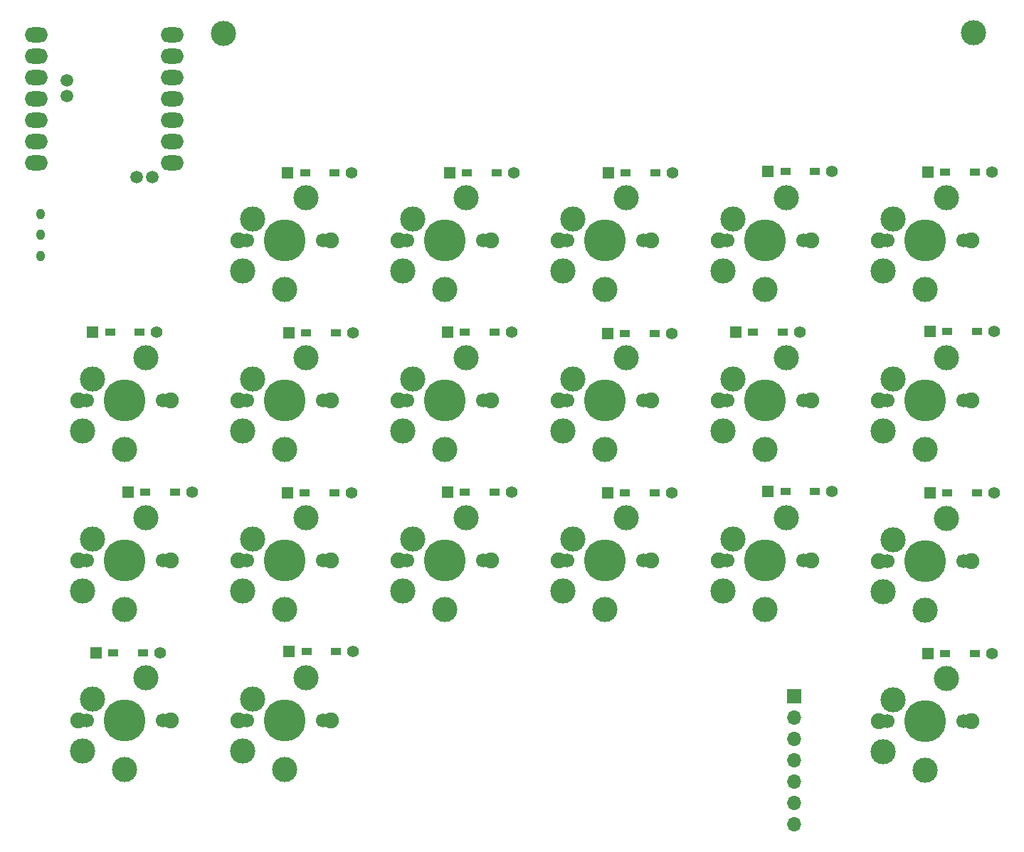
<source format=gbr>
%TF.GenerationSoftware,KiCad,Pcbnew,8.0.7*%
%TF.CreationDate,2025-02-15T16:41:35+09:00*%
%TF.ProjectId,cool642tb_R,636f6f6c-3634-4327-9462-5f522e6b6963,rev?*%
%TF.SameCoordinates,Original*%
%TF.FileFunction,Soldermask,Top*%
%TF.FilePolarity,Negative*%
%FSLAX46Y46*%
G04 Gerber Fmt 4.6, Leading zero omitted, Abs format (unit mm)*
G04 Created by KiCad (PCBNEW 8.0.7) date 2025-02-15 16:41:35*
%MOMM*%
%LPD*%
G01*
G04 APERTURE LIST*
%ADD10R,1.397000X1.397000*%
%ADD11R,1.300000X0.950000*%
%ADD12C,1.397000*%
%ADD13C,1.900000*%
%ADD14C,1.700000*%
%ADD15C,3.000000*%
%ADD16C,5.000000*%
%ADD17O,1.000000X1.300000*%
%ADD18O,2.750000X1.800000*%
%ADD19C,1.500000*%
%ADD20R,1.700000X1.700000*%
%ADD21O,1.700000X1.700000*%
G04 APERTURE END LIST*
D10*
%TO.C,D7*%
X19340000Y-30010000D03*
D11*
X21375000Y-30010000D03*
X24925000Y-30010000D03*
D12*
X26960000Y-30010000D03*
%TD*%
D10*
%TO.C,D11*%
X38370000Y-30100000D03*
D11*
X40405000Y-30100000D03*
X43955000Y-30100000D03*
D12*
X45990000Y-30100000D03*
%TD*%
D13*
%TO.C,SW1*%
X-5500000Y0D03*
D14*
X-5080000Y0D03*
D15*
X-5000000Y-3700000D03*
D14*
X-4500000Y0D03*
D15*
X-3810000Y2540000D03*
D16*
X0Y0D03*
D15*
X0Y-5900000D03*
X2540000Y5080000D03*
D14*
X4500000Y0D03*
X5080000Y0D03*
D13*
X5500000Y0D03*
%TD*%
D10*
%TO.C,D20*%
X76510000Y-49200000D03*
D11*
X78545000Y-49200000D03*
X82095000Y-49200000D03*
D12*
X84130000Y-49200000D03*
%TD*%
D13*
%TO.C,SW8*%
X-24550000Y-38100000D03*
D14*
X-24130000Y-38100000D03*
D15*
X-24050000Y-41800000D03*
D14*
X-23550000Y-38100000D03*
D15*
X-22860000Y-35560000D03*
D16*
X-19050000Y-38100000D03*
D15*
X-19050000Y-44000000D03*
X-16510000Y-33020000D03*
D14*
X-14550000Y-38100000D03*
X-13970000Y-38100000D03*
D13*
X-13550000Y-38100000D03*
%TD*%
D10*
%TO.C,D13*%
X57500000Y8140000D03*
D11*
X59535000Y8140000D03*
X63085000Y8140000D03*
D12*
X65120000Y8140000D03*
%TD*%
D13*
%TO.C,SW15*%
X51650000Y-38100000D03*
D14*
X52070000Y-38100000D03*
D15*
X52150000Y-41800000D03*
D14*
X52650000Y-38100000D03*
D15*
X53340000Y-35560000D03*
D16*
X57150000Y-38100000D03*
D15*
X57150000Y-44000000D03*
X59690000Y-33020000D03*
D14*
X61650000Y-38100000D03*
X62230000Y-38100000D03*
D13*
X62650000Y-38100000D03*
%TD*%
%TO.C,SW16*%
X-5500000Y-57150000D03*
D14*
X-5080000Y-57150000D03*
D15*
X-5000000Y-60850000D03*
D14*
X-4500000Y-57150000D03*
D15*
X-3810000Y-54610000D03*
D16*
X0Y-57150000D03*
D15*
X0Y-63050000D03*
X2540000Y-52070000D03*
D14*
X4500000Y-57150000D03*
X5080000Y-57150000D03*
D13*
X5500000Y-57150000D03*
%TD*%
D17*
%TO.C,SW21*%
X-29100000Y-1900000D03*
X-29100000Y600000D03*
X-29100000Y3100000D03*
%TD*%
D13*
%TO.C,SW13*%
X51650000Y0D03*
D14*
X52070000Y0D03*
D15*
X52150000Y-3700000D03*
D14*
X52650000Y0D03*
D15*
X53340000Y2540000D03*
D16*
X57150000Y0D03*
D15*
X57150000Y-5900000D03*
X59690000Y5080000D03*
D14*
X61650000Y0D03*
X62230000Y0D03*
D13*
X62650000Y0D03*
%TD*%
D10*
%TO.C,D15*%
X57500000Y-29950000D03*
D11*
X59535000Y-29950000D03*
X63085000Y-29950000D03*
D12*
X65120000Y-29950000D03*
%TD*%
D10*
%TO.C,D1*%
X350000Y8000000D03*
D11*
X2385000Y8000000D03*
X5935000Y8000000D03*
D12*
X7970000Y8000000D03*
%TD*%
D10*
%TO.C,D9*%
X38490000Y8000000D03*
D11*
X40525000Y8000000D03*
X44075000Y8000000D03*
D12*
X46110000Y8000000D03*
%TD*%
D10*
%TO.C,D17*%
X76480000Y8060000D03*
D11*
X78515000Y8060000D03*
X82065000Y8060000D03*
D12*
X84100000Y8060000D03*
%TD*%
D10*
%TO.C,D4*%
X-22850000Y-10950000D03*
D11*
X-20815000Y-10950000D03*
X-17265000Y-10950000D03*
D12*
X-15230000Y-10950000D03*
%TD*%
D10*
%TO.C,D16*%
X520000Y-48970000D03*
D11*
X2555000Y-48970000D03*
X6105000Y-48970000D03*
D12*
X8140000Y-48970000D03*
%TD*%
D13*
%TO.C,SW17*%
X70700000Y0D03*
D14*
X71120000Y0D03*
D15*
X71200000Y-3700000D03*
D14*
X71700000Y0D03*
D15*
X72390000Y2540000D03*
D16*
X76200000Y0D03*
D15*
X76200000Y-5900000D03*
X78740000Y5080000D03*
D14*
X80700000Y0D03*
X81280000Y0D03*
D13*
X81700000Y0D03*
%TD*%
D10*
%TO.C,D3*%
X295000Y-30130000D03*
D11*
X2330000Y-30130000D03*
X5880000Y-30130000D03*
D12*
X7915000Y-30130000D03*
%TD*%
D10*
%TO.C,D19*%
X76740000Y-30110000D03*
D11*
X78775000Y-30110000D03*
X82325000Y-30110000D03*
D12*
X84360000Y-30110000D03*
%TD*%
D13*
%TO.C,SW11*%
X32600000Y-38100000D03*
D14*
X33020000Y-38100000D03*
D15*
X33100000Y-41800000D03*
D14*
X33600000Y-38100000D03*
D15*
X34290000Y-35560000D03*
D16*
X38100000Y-38100000D03*
D15*
X38100000Y-44000000D03*
X40640000Y-33020000D03*
D14*
X42600000Y-38100000D03*
X43180000Y-38100000D03*
D13*
X43600000Y-38100000D03*
%TD*%
%TO.C,SW12*%
X-24550000Y-57150000D03*
D14*
X-24130000Y-57150000D03*
D15*
X-24050000Y-60850000D03*
D14*
X-23550000Y-57150000D03*
D15*
X-22860000Y-54610000D03*
D16*
X-19050000Y-57150000D03*
D15*
X-19050000Y-63050000D03*
X-16510000Y-52070000D03*
D14*
X-14550000Y-57150000D03*
X-13970000Y-57150000D03*
D13*
X-13550000Y-57150000D03*
%TD*%
%TO.C,SW19*%
X70700000Y-38200000D03*
D14*
X71120000Y-38200000D03*
D15*
X71200000Y-41900000D03*
D14*
X71700000Y-38200000D03*
D15*
X72390000Y-35660000D03*
D16*
X76200000Y-38200000D03*
D15*
X76200000Y-44100000D03*
X78740000Y-33120000D03*
D14*
X80700000Y-38200000D03*
X81280000Y-38200000D03*
D13*
X81700000Y-38200000D03*
%TD*%
%TO.C,SW20*%
X70700000Y-57250000D03*
D14*
X71120000Y-57250000D03*
D15*
X71200000Y-60950000D03*
D14*
X71700000Y-57250000D03*
D15*
X72390000Y-54710000D03*
D16*
X76200000Y-57250000D03*
D15*
X76200000Y-63150000D03*
X78740000Y-52170000D03*
D14*
X80700000Y-57250000D03*
X81280000Y-57250000D03*
D13*
X81700000Y-57250000D03*
%TD*%
%TO.C,SW3*%
X-5500000Y-38100000D03*
D14*
X-5080000Y-38100000D03*
D15*
X-5000000Y-41800000D03*
D14*
X-4500000Y-38100000D03*
D15*
X-3810000Y-35560000D03*
D16*
X0Y-38100000D03*
D15*
X0Y-44000000D03*
X2540000Y-33020000D03*
D14*
X4500000Y-38100000D03*
X5080000Y-38100000D03*
D13*
X5500000Y-38100000D03*
%TD*%
D10*
%TO.C,D10*%
X38430000Y-11150000D03*
D11*
X40465000Y-11150000D03*
X44015000Y-11150000D03*
D12*
X46050000Y-11150000D03*
%TD*%
D13*
%TO.C,SW7*%
X13550000Y-38100000D03*
D14*
X13970000Y-38100000D03*
D15*
X14050000Y-41800000D03*
D14*
X14550000Y-38100000D03*
D15*
X15240000Y-35560000D03*
D16*
X19050000Y-38100000D03*
D15*
X19050000Y-44000000D03*
X21590000Y-33020000D03*
D14*
X23550000Y-38100000D03*
X24130000Y-38100000D03*
D13*
X24550000Y-38100000D03*
%TD*%
%TO.C,SW10*%
X32600000Y-19050000D03*
D14*
X33020000Y-19050000D03*
D15*
X33100000Y-22750000D03*
D14*
X33600000Y-19050000D03*
D15*
X34290000Y-16510000D03*
D16*
X38100000Y-19050000D03*
D15*
X38100000Y-24950000D03*
X40640000Y-13970000D03*
D14*
X42600000Y-19050000D03*
X43180000Y-19050000D03*
D13*
X43600000Y-19050000D03*
%TD*%
D18*
%TO.C,U1*%
X-29620000Y24420000D03*
X-29620000Y21880000D03*
X-29620000Y19340000D03*
X-29620000Y16800000D03*
X-29620000Y14260000D03*
X-29620000Y11720000D03*
X-29620000Y9180000D03*
X-13380000Y9180000D03*
X-13380000Y11720000D03*
X-13380000Y14260000D03*
X-13380000Y16800000D03*
X-13380000Y19340000D03*
X-13380000Y21880000D03*
X-13380000Y24420000D03*
D19*
X-17664600Y7488000D03*
X-15785000Y7488000D03*
X-25945000Y17117000D03*
X-25945000Y19022000D03*
%TD*%
D10*
%TO.C,D2*%
X500000Y-11080000D03*
D11*
X2535000Y-11080000D03*
X6085000Y-11080000D03*
D12*
X8120000Y-11080000D03*
%TD*%
D20*
%TO.C,J1*%
X60590000Y-54350000D03*
D21*
X60590000Y-56890000D03*
X60590000Y-59430000D03*
X60590000Y-61970000D03*
X60590000Y-64510000D03*
X60590000Y-67050000D03*
X60590000Y-69590000D03*
%TD*%
D10*
%TO.C,D6*%
X19340000Y-10980000D03*
D11*
X21375000Y-10980000D03*
X24925000Y-10980000D03*
D12*
X26960000Y-10980000D03*
%TD*%
D13*
%TO.C,SW5*%
X13550000Y0D03*
D14*
X13970000Y0D03*
D15*
X14050000Y-3700000D03*
D14*
X14550000Y0D03*
D15*
X15240000Y2540000D03*
D16*
X19050000Y0D03*
D15*
X19050000Y-5900000D03*
X21590000Y5080000D03*
D14*
X23550000Y0D03*
X24130000Y0D03*
D13*
X24550000Y0D03*
%TD*%
%TO.C,SW6*%
X13550000Y-19050000D03*
D14*
X13970000Y-19050000D03*
D15*
X14050000Y-22750000D03*
D14*
X14550000Y-19050000D03*
D15*
X15240000Y-16510000D03*
D16*
X19050000Y-19050000D03*
D15*
X19050000Y-24950000D03*
X21590000Y-13970000D03*
D14*
X23550000Y-19050000D03*
X24130000Y-19050000D03*
D13*
X24550000Y-19050000D03*
%TD*%
%TO.C,SW9*%
X32600000Y0D03*
D14*
X33020000Y0D03*
D15*
X33100000Y-3700000D03*
D14*
X33600000Y0D03*
D15*
X34290000Y2540000D03*
D16*
X38100000Y0D03*
D15*
X38100000Y-5900000D03*
X40640000Y5080000D03*
D14*
X42600000Y0D03*
X43180000Y0D03*
D13*
X43600000Y0D03*
%TD*%
%TO.C,SW4*%
X-24550000Y-19050000D03*
D14*
X-24130000Y-19050000D03*
D15*
X-24050000Y-22750000D03*
D14*
X-23550000Y-19050000D03*
D15*
X-22860000Y-16510000D03*
D16*
X-19050000Y-19050000D03*
D15*
X-19050000Y-24950000D03*
X-16510000Y-13970000D03*
D14*
X-14550000Y-19050000D03*
X-13970000Y-19050000D03*
D13*
X-13550000Y-19050000D03*
%TD*%
D10*
%TO.C,D8*%
X-18680000Y-29980000D03*
D11*
X-16645000Y-29980000D03*
X-13095000Y-29980000D03*
D12*
X-11060000Y-29980000D03*
%TD*%
D15*
%TO.C,BT1*%
X-7350000Y24620000D03*
X81920000Y24660000D03*
%TD*%
D10*
%TO.C,D14*%
X53680000Y-10930000D03*
D11*
X55715000Y-10930000D03*
X59265000Y-10930000D03*
D12*
X61300000Y-10930000D03*
%TD*%
D10*
%TO.C,D12*%
X-22500000Y-49140000D03*
D11*
X-20465000Y-49140000D03*
X-16915000Y-49140000D03*
D12*
X-14880000Y-49140000D03*
%TD*%
D10*
%TO.C,D5*%
X19600000Y8040000D03*
D11*
X21635000Y8040000D03*
X25185000Y8040000D03*
D12*
X27220000Y8040000D03*
%TD*%
D13*
%TO.C,SW2*%
X-5500000Y-19050000D03*
D14*
X-5080000Y-19050000D03*
D15*
X-5000000Y-22750000D03*
D14*
X-4500000Y-19050000D03*
D15*
X-3810000Y-16510000D03*
D16*
X0Y-19050000D03*
D15*
X0Y-24950000D03*
X2540000Y-13970000D03*
D14*
X4500000Y-19050000D03*
X5080000Y-19050000D03*
D13*
X5500000Y-19050000D03*
%TD*%
%TO.C,SW18*%
X70700000Y-19050000D03*
D14*
X71120000Y-19050000D03*
D15*
X71200000Y-22750000D03*
D14*
X71700000Y-19050000D03*
D15*
X72390000Y-16510000D03*
D16*
X76200000Y-19050000D03*
D15*
X76200000Y-24950000D03*
X78740000Y-13970000D03*
D14*
X80700000Y-19050000D03*
X81280000Y-19050000D03*
D13*
X81700000Y-19050000D03*
%TD*%
%TO.C,SW14*%
X51650000Y-19050000D03*
D14*
X52070000Y-19050000D03*
D15*
X52150000Y-22750000D03*
D14*
X52650000Y-19050000D03*
D15*
X53340000Y-16510000D03*
D16*
X57150000Y-19050000D03*
D15*
X57150000Y-24950000D03*
X59690000Y-13970000D03*
D14*
X61650000Y-19050000D03*
X62230000Y-19050000D03*
D13*
X62650000Y-19050000D03*
%TD*%
D10*
%TO.C,D18*%
X76730000Y-10920000D03*
D11*
X78765000Y-10920000D03*
X82315000Y-10920000D03*
D12*
X84350000Y-10920000D03*
%TD*%
M02*

</source>
